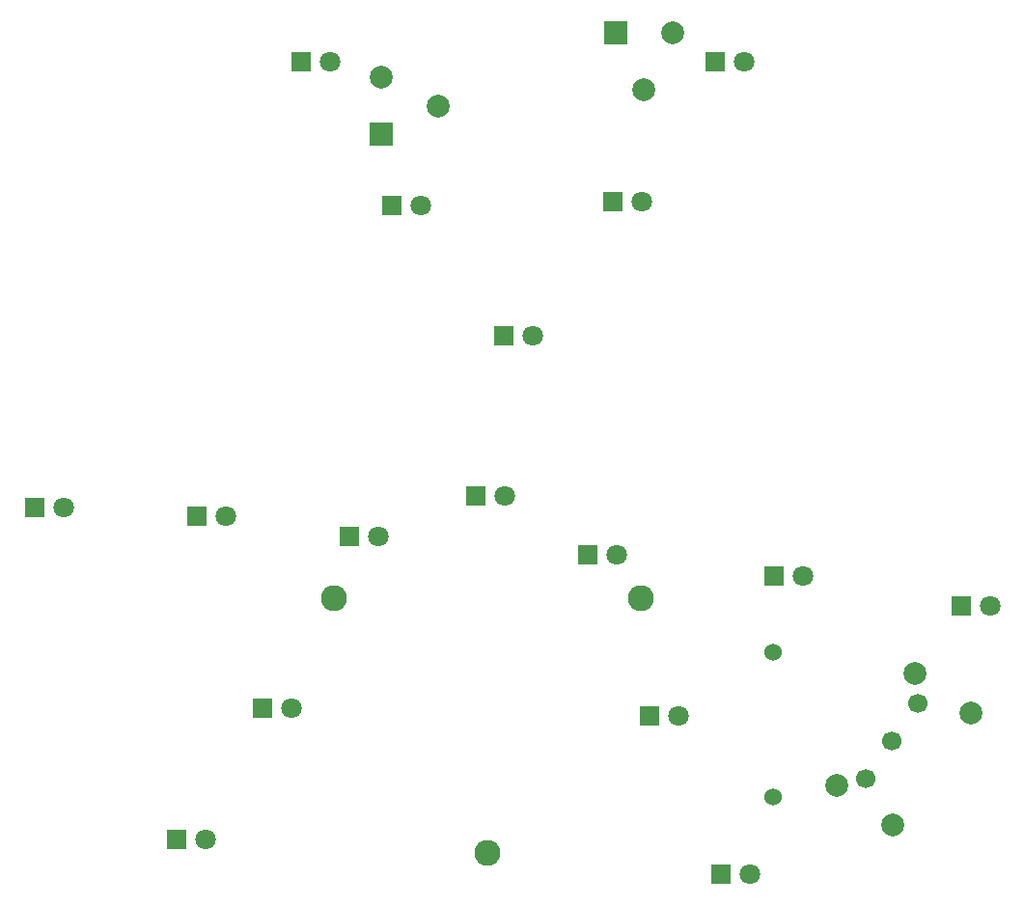
<source format=gts>
%TF.GenerationSoftware,KiCad,Pcbnew,6.0.8*%
%TF.CreationDate,2022-10-09T16:34:15-07:00*%
%TF.ProjectId,dcpunks31,64637075-6e6b-4733-9331-2e6b69636164,rev?*%
%TF.SameCoordinates,Original*%
%TF.FileFunction,Soldermask,Top*%
%TF.FilePolarity,Negative*%
%FSLAX46Y46*%
G04 Gerber Fmt 4.6, Leading zero omitted, Abs format (unit mm)*
G04 Created by KiCad (PCBNEW 6.0.8) date 2022-10-09 16:34:15*
%MOMM*%
%LPD*%
G01*
G04 APERTURE LIST*
%ADD10R,1.800000X1.800000*%
%ADD11C,1.800000*%
%ADD12C,2.290000*%
%ADD13C,1.524000*%
%ADD14R,2.000000X2.000000*%
%ADD15C,2.000000*%
%ADD16C,1.700000*%
G04 APERTURE END LIST*
D10*
X113855000Y-102200000D03*
D11*
X116395000Y-102200000D03*
D10*
X119645000Y-119040000D03*
D11*
X122185000Y-119040000D03*
D10*
X138320000Y-100420000D03*
D11*
X140860000Y-100420000D03*
D10*
X140795000Y-86350000D03*
D11*
X143335000Y-86350000D03*
D12*
X152845000Y-109410000D03*
X139365000Y-131760000D03*
X125875000Y-109410000D03*
D13*
X164445000Y-126850000D03*
X164445000Y-114150000D03*
D10*
X153555000Y-119700000D03*
D11*
X156095000Y-119700000D03*
D10*
X112105000Y-130530000D03*
D11*
X114645000Y-130530000D03*
D10*
X99635000Y-101430000D03*
D11*
X102175000Y-101430000D03*
D10*
X127270000Y-103950000D03*
D11*
X129810000Y-103950000D03*
D10*
X164495000Y-107450000D03*
D11*
X167035000Y-107450000D03*
D10*
X159355000Y-62290000D03*
D11*
X161895000Y-62290000D03*
D10*
X148155000Y-105560000D03*
D11*
X150695000Y-105560000D03*
D10*
X130955000Y-74930000D03*
D11*
X133495000Y-74930000D03*
D10*
X150385000Y-74580000D03*
D11*
X152925000Y-74580000D03*
D10*
X159860000Y-133590000D03*
D11*
X162400000Y-133590000D03*
D10*
X180895000Y-110070000D03*
D11*
X183435000Y-110070000D03*
D10*
X123005000Y-62290000D03*
D11*
X125545000Y-62290000D03*
D14*
X130010000Y-68670000D03*
D15*
X135010000Y-66170000D03*
X130010000Y-63670000D03*
X169960720Y-125807762D03*
X181758549Y-119419396D03*
X174875632Y-129249220D03*
X176843637Y-115977937D03*
D16*
X177130000Y-118620000D03*
X174835694Y-121896608D03*
X172541389Y-125173216D03*
D14*
X150590000Y-59790000D03*
D15*
X153090000Y-64790000D03*
X155590000Y-59790000D03*
M02*

</source>
